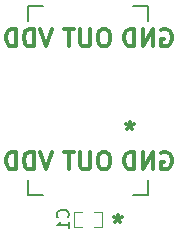
<source format=gbo>
G04 (created by PCBNEW (2013-june-11)-stable) date Tue 08 Apr 2014 06:28:42 PM PDT*
%MOIN*%
G04 Gerber Fmt 3.4, Leading zero omitted, Abs format*
%FSLAX34Y34*%
G01*
G70*
G90*
G04 APERTURE LIST*
%ADD10C,0.00590551*%
%ADD11C,0.011811*%
%ADD12C,0.00787402*%
%ADD13C,0.0047*%
G04 APERTURE END LIST*
G54D10*
G54D11*
X83299Y-62148D02*
X83299Y-62289D01*
X83440Y-62232D02*
X83299Y-62289D01*
X83159Y-62232D01*
X83384Y-62401D02*
X83299Y-62289D01*
X83215Y-62401D01*
X83699Y-59048D02*
X83699Y-59189D01*
X83840Y-59132D02*
X83699Y-59189D01*
X83559Y-59132D01*
X83784Y-59301D02*
X83699Y-59189D01*
X83615Y-59301D01*
G54D12*
X84300Y-55200D02*
X84300Y-55700D01*
X83800Y-55200D02*
X84300Y-55200D01*
X80300Y-55200D02*
X80300Y-55700D01*
X80800Y-55200D02*
X80300Y-55200D01*
X80300Y-61500D02*
X80300Y-61000D01*
X80800Y-61500D02*
X80300Y-61500D01*
X84300Y-61500D02*
X84300Y-61000D01*
X83800Y-61500D02*
X84300Y-61500D01*
G54D11*
X84749Y-55976D02*
X84806Y-55948D01*
X84890Y-55948D01*
X84974Y-55976D01*
X85031Y-56032D01*
X85059Y-56089D01*
X85087Y-56201D01*
X85087Y-56285D01*
X85059Y-56398D01*
X85031Y-56454D01*
X84974Y-56510D01*
X84890Y-56539D01*
X84834Y-56539D01*
X84749Y-56510D01*
X84721Y-56482D01*
X84721Y-56285D01*
X84834Y-56285D01*
X84468Y-56539D02*
X84468Y-55948D01*
X84131Y-56539D01*
X84131Y-55948D01*
X83850Y-56539D02*
X83850Y-55948D01*
X83709Y-55948D01*
X83625Y-55976D01*
X83568Y-56032D01*
X83540Y-56089D01*
X83512Y-56201D01*
X83512Y-56285D01*
X83540Y-56398D01*
X83568Y-56454D01*
X83625Y-56510D01*
X83709Y-56539D01*
X83850Y-56539D01*
X82890Y-55948D02*
X82778Y-55948D01*
X82721Y-55976D01*
X82665Y-56032D01*
X82637Y-56145D01*
X82637Y-56342D01*
X82665Y-56454D01*
X82721Y-56510D01*
X82778Y-56539D01*
X82890Y-56539D01*
X82946Y-56510D01*
X83003Y-56454D01*
X83031Y-56342D01*
X83031Y-56145D01*
X83003Y-56032D01*
X82946Y-55976D01*
X82890Y-55948D01*
X82384Y-55948D02*
X82384Y-56426D01*
X82356Y-56482D01*
X82328Y-56510D01*
X82271Y-56539D01*
X82159Y-56539D01*
X82103Y-56510D01*
X82075Y-56482D01*
X82046Y-56426D01*
X82046Y-55948D01*
X81850Y-55948D02*
X81512Y-55948D01*
X81681Y-56539D02*
X81681Y-55948D01*
X81087Y-55948D02*
X80890Y-56539D01*
X80693Y-55948D01*
X80496Y-56539D02*
X80496Y-55948D01*
X80356Y-55948D01*
X80271Y-55976D01*
X80215Y-56032D01*
X80187Y-56089D01*
X80159Y-56201D01*
X80159Y-56285D01*
X80187Y-56398D01*
X80215Y-56454D01*
X80271Y-56510D01*
X80356Y-56539D01*
X80496Y-56539D01*
X79906Y-56539D02*
X79906Y-55948D01*
X79765Y-55948D01*
X79681Y-55976D01*
X79625Y-56032D01*
X79596Y-56089D01*
X79568Y-56201D01*
X79568Y-56285D01*
X79596Y-56398D01*
X79625Y-56454D01*
X79681Y-56510D01*
X79765Y-56539D01*
X79906Y-56539D01*
X81087Y-60048D02*
X80890Y-60639D01*
X80693Y-60048D01*
X80496Y-60639D02*
X80496Y-60048D01*
X80356Y-60048D01*
X80271Y-60076D01*
X80215Y-60132D01*
X80187Y-60189D01*
X80159Y-60301D01*
X80159Y-60385D01*
X80187Y-60498D01*
X80215Y-60554D01*
X80271Y-60610D01*
X80356Y-60639D01*
X80496Y-60639D01*
X79906Y-60639D02*
X79906Y-60048D01*
X79765Y-60048D01*
X79681Y-60076D01*
X79625Y-60132D01*
X79596Y-60189D01*
X79568Y-60301D01*
X79568Y-60385D01*
X79596Y-60498D01*
X79625Y-60554D01*
X79681Y-60610D01*
X79765Y-60639D01*
X79906Y-60639D01*
X82890Y-60048D02*
X82778Y-60048D01*
X82721Y-60076D01*
X82665Y-60132D01*
X82637Y-60245D01*
X82637Y-60442D01*
X82665Y-60554D01*
X82721Y-60610D01*
X82778Y-60639D01*
X82890Y-60639D01*
X82946Y-60610D01*
X83003Y-60554D01*
X83031Y-60442D01*
X83031Y-60245D01*
X83003Y-60132D01*
X82946Y-60076D01*
X82890Y-60048D01*
X82384Y-60048D02*
X82384Y-60526D01*
X82356Y-60582D01*
X82328Y-60610D01*
X82271Y-60639D01*
X82159Y-60639D01*
X82103Y-60610D01*
X82075Y-60582D01*
X82046Y-60526D01*
X82046Y-60048D01*
X81850Y-60048D02*
X81512Y-60048D01*
X81681Y-60639D02*
X81681Y-60048D01*
X84749Y-60076D02*
X84806Y-60048D01*
X84890Y-60048D01*
X84974Y-60076D01*
X85031Y-60132D01*
X85059Y-60189D01*
X85087Y-60301D01*
X85087Y-60385D01*
X85059Y-60498D01*
X85031Y-60554D01*
X84974Y-60610D01*
X84890Y-60639D01*
X84834Y-60639D01*
X84749Y-60610D01*
X84721Y-60582D01*
X84721Y-60385D01*
X84834Y-60385D01*
X84468Y-60639D02*
X84468Y-60048D01*
X84131Y-60639D01*
X84131Y-60048D01*
X83850Y-60639D02*
X83850Y-60048D01*
X83709Y-60048D01*
X83625Y-60076D01*
X83568Y-60132D01*
X83540Y-60189D01*
X83512Y-60301D01*
X83512Y-60385D01*
X83540Y-60498D01*
X83568Y-60554D01*
X83625Y-60610D01*
X83709Y-60639D01*
X83850Y-60639D01*
G54D13*
X82103Y-62556D02*
X81828Y-62556D01*
X82497Y-62556D02*
X82772Y-62556D01*
X82103Y-62044D02*
X81828Y-62044D01*
X82772Y-62044D02*
X82497Y-62044D01*
X81828Y-62050D02*
X81828Y-62550D01*
X82772Y-62550D02*
X82772Y-62050D01*
G54D10*
X81621Y-62234D02*
X81640Y-62215D01*
X81659Y-62159D01*
X81659Y-62121D01*
X81640Y-62065D01*
X81603Y-62028D01*
X81565Y-62009D01*
X81490Y-61990D01*
X81434Y-61990D01*
X81359Y-62009D01*
X81321Y-62028D01*
X81284Y-62065D01*
X81265Y-62121D01*
X81265Y-62159D01*
X81284Y-62215D01*
X81303Y-62234D01*
X81659Y-62609D02*
X81659Y-62384D01*
X81659Y-62496D02*
X81265Y-62496D01*
X81321Y-62459D01*
X81359Y-62421D01*
X81378Y-62384D01*
M02*

</source>
